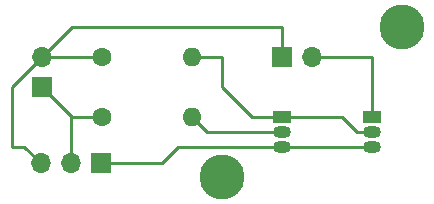
<source format=gbr>
%TF.GenerationSoftware,KiCad,Pcbnew,(6.0.4)*%
%TF.CreationDate,2022-04-19T13:08:17+02:00*%
%TF.ProjectId,Electric_holding_magnet,456c6563-7472-4696-935f-686f6c64696e,rev?*%
%TF.SameCoordinates,Original*%
%TF.FileFunction,Copper,L1,Top*%
%TF.FilePolarity,Positive*%
%FSLAX46Y46*%
G04 Gerber Fmt 4.6, Leading zero omitted, Abs format (unit mm)*
G04 Created by KiCad (PCBNEW (6.0.4)) date 2022-04-19 13:08:17*
%MOMM*%
%LPD*%
G01*
G04 APERTURE LIST*
%TA.AperFunction,ComponentPad*%
%ADD10C,3.800000*%
%TD*%
%TA.AperFunction,ComponentPad*%
%ADD11R,1.700000X1.700000*%
%TD*%
%TA.AperFunction,ComponentPad*%
%ADD12O,1.700000X1.700000*%
%TD*%
%TA.AperFunction,ComponentPad*%
%ADD13R,1.500000X1.050000*%
%TD*%
%TA.AperFunction,ComponentPad*%
%ADD14O,1.500000X1.050000*%
%TD*%
%TA.AperFunction,ComponentPad*%
%ADD15C,1.600000*%
%TD*%
%TA.AperFunction,ComponentPad*%
%ADD16O,1.600000X1.600000*%
%TD*%
%TA.AperFunction,Conductor*%
%ADD17C,0.250000*%
%TD*%
G04 APERTURE END LIST*
D10*
%TO.P,H2,1,1*%
%TO.N,unconnected-(H2-Pad1)*%
X144780000Y-88900000D03*
%TD*%
%TO.P,H1,1,1*%
%TO.N,unconnected-(H1-Pad1)*%
X129540000Y-101600000D03*
%TD*%
D11*
%TO.P,J1,1,Pin_1*%
%TO.N,Net-(J1-Pad1)*%
X119273403Y-100450892D03*
D12*
%TO.P,J1,2,Pin_2*%
%TO.N,Net-(J1-Pad2)*%
X116733403Y-100450892D03*
%TO.P,J1,3,Pin_3*%
%TO.N,Net-(J1-Pad3)*%
X114193403Y-100450892D03*
%TD*%
D13*
%TO.P,Q1,1,C*%
%TO.N,Net-(Q1-Pad1)*%
X134620000Y-96520000D03*
D14*
%TO.P,Q1,2,B*%
%TO.N,Net-(Q1-Pad2)*%
X134620000Y-97790000D03*
%TO.P,Q1,3,E*%
%TO.N,Net-(J1-Pad1)*%
X134620000Y-99060000D03*
%TD*%
D11*
%TO.P,L1,1,-*%
%TO.N,Net-(J1-Pad3)*%
X134620000Y-91440000D03*
D12*
%TO.P,L1,2,+*%
%TO.N,Net-(L1-Pad2)*%
X137160000Y-91440000D03*
%TD*%
D11*
%TO.P,SW1,1*%
%TO.N,Net-(J1-Pad2)*%
X114300000Y-93980000D03*
D12*
%TO.P,SW1,2*%
%TO.N,Net-(J1-Pad3)*%
X114300000Y-91440000D03*
%TD*%
D15*
%TO.P,R1,1*%
%TO.N,Net-(J1-Pad2)*%
X119380000Y-96520000D03*
D16*
%TO.P,R1,2*%
%TO.N,Net-(Q1-Pad2)*%
X127000000Y-96520000D03*
%TD*%
D15*
%TO.P,R2,1*%
%TO.N,Net-(J1-Pad3)*%
X119380000Y-91440000D03*
D16*
%TO.P,R2,2*%
%TO.N,Net-(Q1-Pad1)*%
X127000000Y-91440000D03*
%TD*%
D13*
%TO.P,Q2,1,C*%
%TO.N,Net-(L1-Pad2)*%
X142240000Y-96520000D03*
D14*
%TO.P,Q2,2,B*%
%TO.N,Net-(Q1-Pad1)*%
X142240000Y-97790000D03*
%TO.P,Q2,3,E*%
%TO.N,Net-(J1-Pad1)*%
X142240000Y-99060000D03*
%TD*%
D17*
%TO.N,Net-(J1-Pad1)*%
X124460000Y-100450892D02*
X119273403Y-100450892D01*
X125850892Y-99060000D02*
X124460000Y-100450892D01*
X134620000Y-99060000D02*
X125850892Y-99060000D01*
X142240000Y-99060000D02*
X134620000Y-99060000D01*
%TO.N,Net-(J1-Pad2)*%
X119380000Y-96520000D02*
X116840000Y-96520000D01*
X116840000Y-96520000D02*
X114300000Y-93980000D01*
X116733403Y-96626597D02*
X116733403Y-100450892D01*
X116840000Y-96520000D02*
X116733403Y-96626597D01*
%TO.N,Net-(J1-Pad3)*%
X114300000Y-91440000D02*
X116840000Y-88900000D01*
X116840000Y-88900000D02*
X134620000Y-88900000D01*
X114300000Y-91440000D02*
X119380000Y-91440000D01*
X112802511Y-99060000D02*
X111760000Y-99060000D01*
X111760000Y-99060000D02*
X111760000Y-93980000D01*
X111760000Y-93980000D02*
X114300000Y-91440000D01*
X114193403Y-100450892D02*
X112802511Y-99060000D01*
X134620000Y-88900000D02*
X134620000Y-91440000D01*
%TO.N,Net-(L1-Pad2)*%
X137160000Y-91440000D02*
X142240000Y-91440000D01*
X142240000Y-91440000D02*
X142240000Y-96520000D01*
%TO.N,Net-(Q1-Pad1)*%
X127000000Y-91440000D02*
X129540000Y-91440000D01*
X139700000Y-96520000D02*
X140970000Y-97790000D01*
X132080000Y-96520000D02*
X134620000Y-96520000D01*
X134620000Y-96520000D02*
X139700000Y-96520000D01*
X129540000Y-91440000D02*
X129540000Y-93980000D01*
X129540000Y-93980000D02*
X132080000Y-96520000D01*
X140970000Y-97790000D02*
X142240000Y-97790000D01*
%TO.N,Net-(Q1-Pad2)*%
X128270000Y-97790000D02*
X134620000Y-97790000D01*
X127000000Y-96520000D02*
X128270000Y-97790000D01*
%TD*%
M02*

</source>
